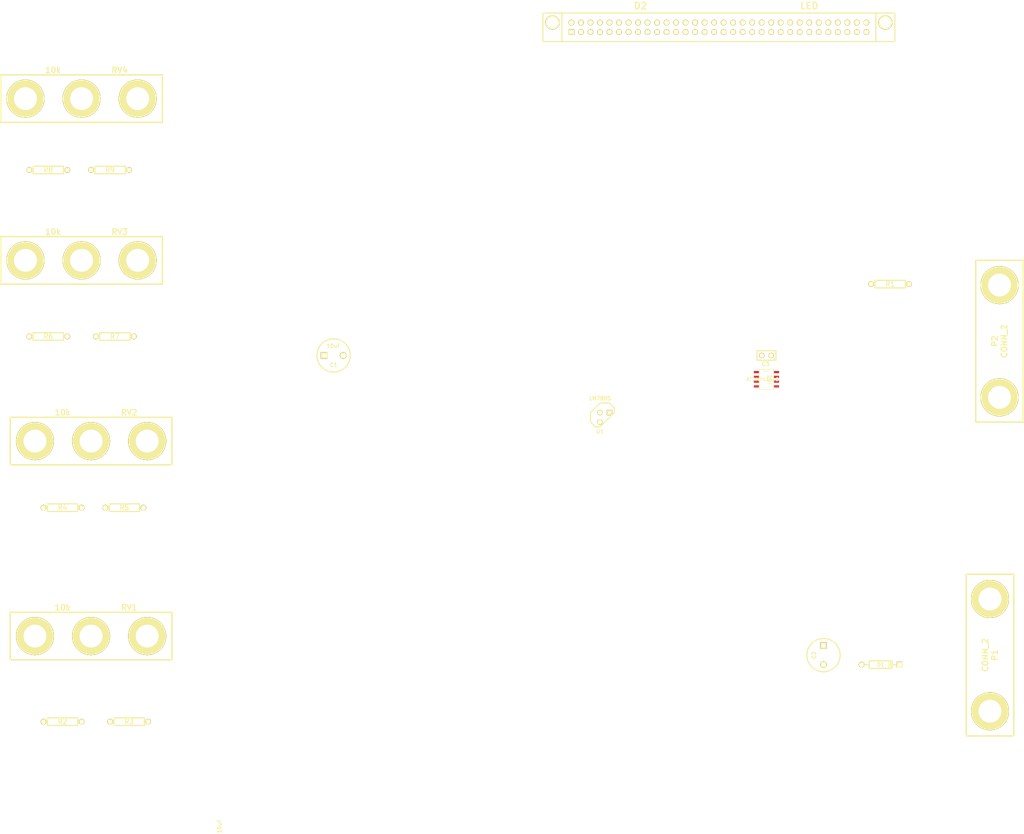
<source format=kicad_pcb>
(kicad_pcb (version 3) (host pcbnew "(2013-04-11 BZR 4094)-stable")

  (general
    (links 37)
    (no_connects 37)
    (area 90.995499 29.8196 364.934501 394.5636)
    (thickness 1.6)
    (drawings 0)
    (tracks 0)
    (zones 0)
    (modules 22)
    (nets 13)
  )

  (page A3)
  (layers
    (15 F.Cu signal)
    (0 B.Cu signal)
    (16 B.Adhes user)
    (17 F.Adhes user)
    (18 B.Paste user)
    (19 F.Paste user)
    (20 B.SilkS user)
    (21 F.SilkS user)
    (22 B.Mask user)
    (23 F.Mask user)
    (24 Dwgs.User user)
    (25 Cmts.User user)
    (26 Eco1.User user)
    (27 Eco2.User user)
    (28 Edge.Cuts user)
  )

  (setup
    (last_trace_width 0.254)
    (trace_clearance 0.254)
    (zone_clearance 0.508)
    (zone_45_only no)
    (trace_min 0.254)
    (segment_width 0.2)
    (edge_width 0.1)
    (via_size 0.889)
    (via_drill 0.635)
    (via_min_size 0.889)
    (via_min_drill 0.508)
    (uvia_size 0.508)
    (uvia_drill 0.127)
    (uvias_allowed no)
    (uvia_min_size 0.508)
    (uvia_min_drill 0.127)
    (pcb_text_width 0.3)
    (pcb_text_size 1.5 1.5)
    (mod_edge_width 0.15)
    (mod_text_size 1 1)
    (mod_text_width 0.15)
    (pad_size 1.5 1.5)
    (pad_drill 0.6)
    (pad_to_mask_clearance 0)
    (aux_axis_origin 0 0)
    (visible_elements FFFFFF7F)
    (pcbplotparams
      (layerselection 3178497)
      (usegerberextensions true)
      (excludeedgelayer true)
      (linewidth 152400)
      (plotframeref false)
      (viasonmask false)
      (mode 1)
      (useauxorigin false)
      (hpglpennumber 1)
      (hpglpenspeed 20)
      (hpglpendiameter 15)
      (hpglpenoverlay 2)
      (psnegative false)
      (psa4output false)
      (plotreference true)
      (plotvalue true)
      (plotothertext true)
      (plotinvisibletext false)
      (padsonsilk false)
      (subtractmaskfromsilk false)
      (outputformat 1)
      (mirror false)
      (drillshape 1)
      (scaleselection 1)
      (outputdirectory ""))
  )

  (net 0 "")
  (net 1 N-0000010)
  (net 2 N-0000011)
  (net 3 N-0000012)
  (net 4 N-0000013)
  (net 5 N-000002)
  (net 6 N-000003)
  (net 7 N-000004)
  (net 8 N-000005)
  (net 9 N-000006)
  (net 10 N-000007)
  (net 11 N-000008)
  (net 12 N-000009)

  (net_class Default "This is the default net class."
    (clearance 0.254)
    (trace_width 0.254)
    (via_dia 0.889)
    (via_drill 0.635)
    (uvia_dia 0.508)
    (uvia_drill 0.127)
    (add_net "")
    (add_net N-0000010)
    (add_net N-0000011)
    (add_net N-0000012)
    (add_net N-0000013)
    (add_net N-000002)
    (add_net N-000003)
    (add_net N-000004)
    (add_net N-000005)
    (add_net N-000006)
    (add_net N-000007)
    (add_net N-000008)
    (add_net N-000009)
  )

  (module TO92 (layer F.Cu) (tedit 443CFFD1) (tstamp 52BFB9E0)
    (at 252.73 140.97)
    (descr "Transistor TO92 brochage type BC237")
    (tags "TR TO92")
    (path /529D4822)
    (fp_text reference U1 (at -1.27 3.81) (layer F.SilkS)
      (effects (font (size 1.016 1.016) (thickness 0.2032)))
    )
    (fp_text value LM7805 (at -1.27 -5.08) (layer F.SilkS)
      (effects (font (size 1.016 1.016) (thickness 0.2032)))
    )
    (fp_line (start -1.27 2.54) (end 2.54 -1.27) (layer F.SilkS) (width 0.3048))
    (fp_line (start 2.54 -1.27) (end 2.54 -2.54) (layer F.SilkS) (width 0.3048))
    (fp_line (start 2.54 -2.54) (end 1.27 -3.81) (layer F.SilkS) (width 0.3048))
    (fp_line (start 1.27 -3.81) (end -1.27 -3.81) (layer F.SilkS) (width 0.3048))
    (fp_line (start -1.27 -3.81) (end -3.81 -1.27) (layer F.SilkS) (width 0.3048))
    (fp_line (start -3.81 -1.27) (end -3.81 1.27) (layer F.SilkS) (width 0.3048))
    (fp_line (start -3.81 1.27) (end -2.54 2.54) (layer F.SilkS) (width 0.3048))
    (fp_line (start -2.54 2.54) (end -1.27 2.54) (layer F.SilkS) (width 0.3048))
    (pad 1 thru_hole rect (at 1.27 -1.27) (size 1.397 1.397) (drill 0.8128)
      (layers *.Cu *.Mask F.SilkS)
    )
    (pad 2 thru_hole circle (at -1.27 -1.27) (size 1.397 1.397) (drill 0.8128)
      (layers *.Cu *.Mask F.SilkS)
    )
    (pad 3 thru_hole circle (at -1.27 1.27) (size 1.397 1.397) (drill 0.8128)
      (layers *.Cu *.Mask F.SilkS)
    )
    (model discret/to98.wrl
      (at (xyz 0 0 0))
      (scale (xyz 1 1 1))
      (rotate (xyz 0 0 0))
    )
  )

  (module SO8E (layer F.Cu) (tedit 52BFBBB8) (tstamp 52BFBD86)
    (at 295.91 130.81 270)
    (descr "module CMS SOJ 8 pins etroit")
    (tags "CMS SOJ")
    (path /529D4662)
    (attr smd)
    (fp_text reference IC1 (at 0 -0.889 270) (layer F.SilkS)
      (effects (font (size 1.143 1.143) (thickness 0.1524)))
    )
    (fp_text value ATTINY13A-S (at 0 1.016 360) (layer F.SilkS)
      (effects (font (size 0.889 0.889) (thickness 0.1524)))
    )
    (fp_line (start -2.667 1.778) (end -2.667 1.905) (layer F.SilkS) (width 0.127))
    (fp_line (start -2.667 1.905) (end 2.667 1.905) (layer F.SilkS) (width 0.127))
    (fp_line (start 2.667 -1.905) (end -2.667 -1.905) (layer F.SilkS) (width 0.127))
    (fp_line (start -2.667 -1.905) (end -2.667 1.778) (layer F.SilkS) (width 0.127))
    (fp_line (start -2.667 -0.508) (end -2.159 -0.508) (layer F.SilkS) (width 0.127))
    (fp_line (start -2.159 -0.508) (end -2.159 0.508) (layer F.SilkS) (width 0.127))
    (fp_line (start -2.159 0.508) (end -2.667 0.508) (layer F.SilkS) (width 0.127))
    (fp_line (start 2.667 -1.905) (end 2.667 1.905) (layer F.SilkS) (width 0.127))
    (pad 8 smd rect (at -1.905 -2.667 270) (size 0.59944 1.39954)
      (layers F.Cu F.Paste F.Mask)
      (net 3 N-0000012)
    )
    (pad 1 smd rect (at -1.905 2.667 270) (size 0.59944 1.39954)
      (layers F.Cu F.Paste F.Mask)
      (net 6 N-000003)
    )
    (pad 7 smd rect (at -0.635 -2.667 270) (size 0.59944 1.39954)
      (layers F.Cu F.Paste F.Mask)
      (net 9 N-000006)
    )
    (pad 6 smd rect (at 0.635 -2.667 270) (size 0.59944 1.39954)
      (layers F.Cu F.Paste F.Mask)
      (net 11 N-000008)
    )
    (pad 5 smd rect (at 1.905 -2.667 270) (size 0.59944 1.39954)
      (layers F.Cu F.Paste F.Mask)
      (net 10 N-000007)
    )
    (pad 2 smd rect (at -0.635 2.667 270) (size 0.59944 1.39954)
      (layers F.Cu F.Paste F.Mask)
      (net 8 N-000005)
    )
    (pad 3 smd rect (at 0.635 2.667 270) (size 0.59944 1.39954)
      (layers F.Cu F.Paste F.Mask)
      (net 5 N-000002)
    )
    (pad 4 smd rect (at 1.905 2.667 270) (size 0.59944 1.39954)
      (layers F.Cu F.Paste F.Mask)
      (net 2 N-0000011)
    )
    (model smd/cms_so8.wrl
      (at (xyz 0 0 0))
      (scale (xyz 0.5 0.32 0.5))
      (rotate (xyz 0 0 0))
    )
  )

  (module R4 (layer F.Cu) (tedit 200000) (tstamp 52BFBA02)
    (at 120.65 74.93)
    (descr "Resitance 4 pas")
    (tags R)
    (path /52BFAF4C)
    (autoplace_cost180 10)
    (fp_text reference R9 (at 0 0) (layer F.SilkS)
      (effects (font (size 1.397 1.27) (thickness 0.2032)))
    )
    (fp_text value 4k7 (at 0 0) (layer F.SilkS) hide
      (effects (font (size 1.397 1.27) (thickness 0.2032)))
    )
    (fp_line (start -5.08 0) (end -4.064 0) (layer F.SilkS) (width 0.3048))
    (fp_line (start -4.064 0) (end -4.064 -1.016) (layer F.SilkS) (width 0.3048))
    (fp_line (start -4.064 -1.016) (end 4.064 -1.016) (layer F.SilkS) (width 0.3048))
    (fp_line (start 4.064 -1.016) (end 4.064 1.016) (layer F.SilkS) (width 0.3048))
    (fp_line (start 4.064 1.016) (end -4.064 1.016) (layer F.SilkS) (width 0.3048))
    (fp_line (start -4.064 1.016) (end -4.064 0) (layer F.SilkS) (width 0.3048))
    (fp_line (start -4.064 -0.508) (end -3.556 -1.016) (layer F.SilkS) (width 0.3048))
    (fp_line (start 5.08 0) (end 4.064 0) (layer F.SilkS) (width 0.3048))
    (pad 1 thru_hole circle (at -5.08 0) (size 1.524 1.524) (drill 0.8128)
      (layers *.Cu *.Mask F.SilkS)
      (net 6 N-000003)
    )
    (pad 2 thru_hole circle (at 5.08 0) (size 1.524 1.524) (drill 0.8128)
      (layers *.Cu *.Mask F.SilkS)
      (net 2 N-0000011)
    )
    (model discret/resistor.wrl
      (at (xyz 0 0 0))
      (scale (xyz 0.4 0.4 0.4))
      (rotate (xyz 0 0 0))
    )
  )

  (module R4 (layer F.Cu) (tedit 200000) (tstamp 52BFBA10)
    (at 107.95 222.25)
    (descr "Resitance 4 pas")
    (tags R)
    (path /52BFB13C)
    (autoplace_cost180 10)
    (fp_text reference R2 (at 0 0) (layer F.SilkS)
      (effects (font (size 1.397 1.27) (thickness 0.2032)))
    )
    (fp_text value 4k7 (at 0 0) (layer F.SilkS) hide
      (effects (font (size 1.397 1.27) (thickness 0.2032)))
    )
    (fp_line (start -5.08 0) (end -4.064 0) (layer F.SilkS) (width 0.3048))
    (fp_line (start -4.064 0) (end -4.064 -1.016) (layer F.SilkS) (width 0.3048))
    (fp_line (start -4.064 -1.016) (end 4.064 -1.016) (layer F.SilkS) (width 0.3048))
    (fp_line (start 4.064 -1.016) (end 4.064 1.016) (layer F.SilkS) (width 0.3048))
    (fp_line (start 4.064 1.016) (end -4.064 1.016) (layer F.SilkS) (width 0.3048))
    (fp_line (start -4.064 1.016) (end -4.064 0) (layer F.SilkS) (width 0.3048))
    (fp_line (start -4.064 -0.508) (end -3.556 -1.016) (layer F.SilkS) (width 0.3048))
    (fp_line (start 5.08 0) (end 4.064 0) (layer F.SilkS) (width 0.3048))
    (pad 1 thru_hole circle (at -5.08 0) (size 1.524 1.524) (drill 0.8128)
      (layers *.Cu *.Mask F.SilkS)
      (net 3 N-0000012)
    )
    (pad 2 thru_hole circle (at 5.08 0) (size 1.524 1.524) (drill 0.8128)
      (layers *.Cu *.Mask F.SilkS)
      (net 9 N-000006)
    )
    (model discret/resistor.wrl
      (at (xyz 0 0 0))
      (scale (xyz 0.4 0.4 0.4))
      (rotate (xyz 0 0 0))
    )
  )

  (module R4 (layer F.Cu) (tedit 200000) (tstamp 52BFBA1E)
    (at 125.73 222.25)
    (descr "Resitance 4 pas")
    (tags R)
    (path /52BFB136)
    (autoplace_cost180 10)
    (fp_text reference R3 (at 0 0) (layer F.SilkS)
      (effects (font (size 1.397 1.27) (thickness 0.2032)))
    )
    (fp_text value 4k7 (at 0 0) (layer F.SilkS) hide
      (effects (font (size 1.397 1.27) (thickness 0.2032)))
    )
    (fp_line (start -5.08 0) (end -4.064 0) (layer F.SilkS) (width 0.3048))
    (fp_line (start -4.064 0) (end -4.064 -1.016) (layer F.SilkS) (width 0.3048))
    (fp_line (start -4.064 -1.016) (end 4.064 -1.016) (layer F.SilkS) (width 0.3048))
    (fp_line (start 4.064 -1.016) (end 4.064 1.016) (layer F.SilkS) (width 0.3048))
    (fp_line (start 4.064 1.016) (end -4.064 1.016) (layer F.SilkS) (width 0.3048))
    (fp_line (start -4.064 1.016) (end -4.064 0) (layer F.SilkS) (width 0.3048))
    (fp_line (start -4.064 -0.508) (end -3.556 -1.016) (layer F.SilkS) (width 0.3048))
    (fp_line (start 5.08 0) (end 4.064 0) (layer F.SilkS) (width 0.3048))
    (pad 1 thru_hole circle (at -5.08 0) (size 1.524 1.524) (drill 0.8128)
      (layers *.Cu *.Mask F.SilkS)
      (net 9 N-000006)
    )
    (pad 2 thru_hole circle (at 5.08 0) (size 1.524 1.524) (drill 0.8128)
      (layers *.Cu *.Mask F.SilkS)
      (net 2 N-0000011)
    )
    (model discret/resistor.wrl
      (at (xyz 0 0 0))
      (scale (xyz 0.4 0.4 0.4))
      (rotate (xyz 0 0 0))
    )
  )

  (module R4 (layer F.Cu) (tedit 200000) (tstamp 52BFBA2C)
    (at 107.95 165.1)
    (descr "Resitance 4 pas")
    (tags R)
    (path /52BFB11C)
    (autoplace_cost180 10)
    (fp_text reference R4 (at 0 0) (layer F.SilkS)
      (effects (font (size 1.397 1.27) (thickness 0.2032)))
    )
    (fp_text value 4k7 (at 0 0) (layer F.SilkS) hide
      (effects (font (size 1.397 1.27) (thickness 0.2032)))
    )
    (fp_line (start -5.08 0) (end -4.064 0) (layer F.SilkS) (width 0.3048))
    (fp_line (start -4.064 0) (end -4.064 -1.016) (layer F.SilkS) (width 0.3048))
    (fp_line (start -4.064 -1.016) (end 4.064 -1.016) (layer F.SilkS) (width 0.3048))
    (fp_line (start 4.064 -1.016) (end 4.064 1.016) (layer F.SilkS) (width 0.3048))
    (fp_line (start 4.064 1.016) (end -4.064 1.016) (layer F.SilkS) (width 0.3048))
    (fp_line (start -4.064 1.016) (end -4.064 0) (layer F.SilkS) (width 0.3048))
    (fp_line (start -4.064 -0.508) (end -3.556 -1.016) (layer F.SilkS) (width 0.3048))
    (fp_line (start 5.08 0) (end 4.064 0) (layer F.SilkS) (width 0.3048))
    (pad 1 thru_hole circle (at -5.08 0) (size 1.524 1.524) (drill 0.8128)
      (layers *.Cu *.Mask F.SilkS)
      (net 3 N-0000012)
    )
    (pad 2 thru_hole circle (at 5.08 0) (size 1.524 1.524) (drill 0.8128)
      (layers *.Cu *.Mask F.SilkS)
      (net 8 N-000005)
    )
    (model discret/resistor.wrl
      (at (xyz 0 0 0))
      (scale (xyz 0.4 0.4 0.4))
      (rotate (xyz 0 0 0))
    )
  )

  (module R4 (layer F.Cu) (tedit 200000) (tstamp 52BFBA3A)
    (at 124.46 165.1)
    (descr "Resitance 4 pas")
    (tags R)
    (path /52BFB116)
    (autoplace_cost180 10)
    (fp_text reference R5 (at 0 0) (layer F.SilkS)
      (effects (font (size 1.397 1.27) (thickness 0.2032)))
    )
    (fp_text value 4k7 (at 0 0) (layer F.SilkS) hide
      (effects (font (size 1.397 1.27) (thickness 0.2032)))
    )
    (fp_line (start -5.08 0) (end -4.064 0) (layer F.SilkS) (width 0.3048))
    (fp_line (start -4.064 0) (end -4.064 -1.016) (layer F.SilkS) (width 0.3048))
    (fp_line (start -4.064 -1.016) (end 4.064 -1.016) (layer F.SilkS) (width 0.3048))
    (fp_line (start 4.064 -1.016) (end 4.064 1.016) (layer F.SilkS) (width 0.3048))
    (fp_line (start 4.064 1.016) (end -4.064 1.016) (layer F.SilkS) (width 0.3048))
    (fp_line (start -4.064 1.016) (end -4.064 0) (layer F.SilkS) (width 0.3048))
    (fp_line (start -4.064 -0.508) (end -3.556 -1.016) (layer F.SilkS) (width 0.3048))
    (fp_line (start 5.08 0) (end 4.064 0) (layer F.SilkS) (width 0.3048))
    (pad 1 thru_hole circle (at -5.08 0) (size 1.524 1.524) (drill 0.8128)
      (layers *.Cu *.Mask F.SilkS)
      (net 8 N-000005)
    )
    (pad 2 thru_hole circle (at 5.08 0) (size 1.524 1.524) (drill 0.8128)
      (layers *.Cu *.Mask F.SilkS)
      (net 2 N-0000011)
    )
    (model discret/resistor.wrl
      (at (xyz 0 0 0))
      (scale (xyz 0.4 0.4 0.4))
      (rotate (xyz 0 0 0))
    )
  )

  (module R4 (layer F.Cu) (tedit 200000) (tstamp 52BFBA48)
    (at 104.14 119.38)
    (descr "Resitance 4 pas")
    (tags R)
    (path /52BFB0F8)
    (autoplace_cost180 10)
    (fp_text reference R6 (at 0 0) (layer F.SilkS)
      (effects (font (size 1.397 1.27) (thickness 0.2032)))
    )
    (fp_text value 4k7 (at 0 0) (layer F.SilkS) hide
      (effects (font (size 1.397 1.27) (thickness 0.2032)))
    )
    (fp_line (start -5.08 0) (end -4.064 0) (layer F.SilkS) (width 0.3048))
    (fp_line (start -4.064 0) (end -4.064 -1.016) (layer F.SilkS) (width 0.3048))
    (fp_line (start -4.064 -1.016) (end 4.064 -1.016) (layer F.SilkS) (width 0.3048))
    (fp_line (start 4.064 -1.016) (end 4.064 1.016) (layer F.SilkS) (width 0.3048))
    (fp_line (start 4.064 1.016) (end -4.064 1.016) (layer F.SilkS) (width 0.3048))
    (fp_line (start -4.064 1.016) (end -4.064 0) (layer F.SilkS) (width 0.3048))
    (fp_line (start -4.064 -0.508) (end -3.556 -1.016) (layer F.SilkS) (width 0.3048))
    (fp_line (start 5.08 0) (end 4.064 0) (layer F.SilkS) (width 0.3048))
    (pad 1 thru_hole circle (at -5.08 0) (size 1.524 1.524) (drill 0.8128)
      (layers *.Cu *.Mask F.SilkS)
    )
    (pad 2 thru_hole circle (at 5.08 0) (size 1.524 1.524) (drill 0.8128)
      (layers *.Cu *.Mask F.SilkS)
      (net 5 N-000002)
    )
    (model discret/resistor.wrl
      (at (xyz 0 0 0))
      (scale (xyz 0.4 0.4 0.4))
      (rotate (xyz 0 0 0))
    )
  )

  (module R4 (layer F.Cu) (tedit 200000) (tstamp 52BFBA56)
    (at 121.92 119.38)
    (descr "Resitance 4 pas")
    (tags R)
    (path /52BFB0F2)
    (autoplace_cost180 10)
    (fp_text reference R7 (at 0 0) (layer F.SilkS)
      (effects (font (size 1.397 1.27) (thickness 0.2032)))
    )
    (fp_text value 4k7 (at 0 0) (layer F.SilkS) hide
      (effects (font (size 1.397 1.27) (thickness 0.2032)))
    )
    (fp_line (start -5.08 0) (end -4.064 0) (layer F.SilkS) (width 0.3048))
    (fp_line (start -4.064 0) (end -4.064 -1.016) (layer F.SilkS) (width 0.3048))
    (fp_line (start -4.064 -1.016) (end 4.064 -1.016) (layer F.SilkS) (width 0.3048))
    (fp_line (start 4.064 -1.016) (end 4.064 1.016) (layer F.SilkS) (width 0.3048))
    (fp_line (start 4.064 1.016) (end -4.064 1.016) (layer F.SilkS) (width 0.3048))
    (fp_line (start -4.064 1.016) (end -4.064 0) (layer F.SilkS) (width 0.3048))
    (fp_line (start -4.064 -0.508) (end -3.556 -1.016) (layer F.SilkS) (width 0.3048))
    (fp_line (start 5.08 0) (end 4.064 0) (layer F.SilkS) (width 0.3048))
    (pad 1 thru_hole circle (at -5.08 0) (size 1.524 1.524) (drill 0.8128)
      (layers *.Cu *.Mask F.SilkS)
      (net 5 N-000002)
    )
    (pad 2 thru_hole circle (at 5.08 0) (size 1.524 1.524) (drill 0.8128)
      (layers *.Cu *.Mask F.SilkS)
      (net 2 N-0000011)
    )
    (model discret/resistor.wrl
      (at (xyz 0 0 0))
      (scale (xyz 0.4 0.4 0.4))
      (rotate (xyz 0 0 0))
    )
  )

  (module R4 (layer F.Cu) (tedit 200000) (tstamp 52BFBA64)
    (at 104.14 74.93)
    (descr "Resitance 4 pas")
    (tags R)
    (path /52BFAF59)
    (autoplace_cost180 10)
    (fp_text reference R8 (at 0 0) (layer F.SilkS)
      (effects (font (size 1.397 1.27) (thickness 0.2032)))
    )
    (fp_text value 4k7 (at 0 0) (layer F.SilkS) hide
      (effects (font (size 1.397 1.27) (thickness 0.2032)))
    )
    (fp_line (start -5.08 0) (end -4.064 0) (layer F.SilkS) (width 0.3048))
    (fp_line (start -4.064 0) (end -4.064 -1.016) (layer F.SilkS) (width 0.3048))
    (fp_line (start -4.064 -1.016) (end 4.064 -1.016) (layer F.SilkS) (width 0.3048))
    (fp_line (start 4.064 -1.016) (end 4.064 1.016) (layer F.SilkS) (width 0.3048))
    (fp_line (start 4.064 1.016) (end -4.064 1.016) (layer F.SilkS) (width 0.3048))
    (fp_line (start -4.064 1.016) (end -4.064 0) (layer F.SilkS) (width 0.3048))
    (fp_line (start -4.064 -0.508) (end -3.556 -1.016) (layer F.SilkS) (width 0.3048))
    (fp_line (start 5.08 0) (end 4.064 0) (layer F.SilkS) (width 0.3048))
    (pad 1 thru_hole circle (at -5.08 0) (size 1.524 1.524) (drill 0.8128)
      (layers *.Cu *.Mask F.SilkS)
      (net 3 N-0000012)
    )
    (pad 2 thru_hole circle (at 5.08 0) (size 1.524 1.524) (drill 0.8128)
      (layers *.Cu *.Mask F.SilkS)
      (net 6 N-000003)
    )
    (model discret/resistor.wrl
      (at (xyz 0 0 0))
      (scale (xyz 0.4 0.4 0.4))
      (rotate (xyz 0 0 0))
    )
  )

  (module R4 (layer F.Cu) (tedit 200000) (tstamp 52BFBA72)
    (at 328.93 105.41)
    (descr "Resitance 4 pas")
    (tags R)
    (path /529D4789)
    (autoplace_cost180 10)
    (fp_text reference R1 (at 0 0) (layer F.SilkS)
      (effects (font (size 1.397 1.27) (thickness 0.2032)))
    )
    (fp_text value 150 (at 0 0) (layer F.SilkS) hide
      (effects (font (size 1.397 1.27) (thickness 0.2032)))
    )
    (fp_line (start -5.08 0) (end -4.064 0) (layer F.SilkS) (width 0.3048))
    (fp_line (start -4.064 0) (end -4.064 -1.016) (layer F.SilkS) (width 0.3048))
    (fp_line (start -4.064 -1.016) (end 4.064 -1.016) (layer F.SilkS) (width 0.3048))
    (fp_line (start 4.064 -1.016) (end 4.064 1.016) (layer F.SilkS) (width 0.3048))
    (fp_line (start 4.064 1.016) (end -4.064 1.016) (layer F.SilkS) (width 0.3048))
    (fp_line (start -4.064 1.016) (end -4.064 0) (layer F.SilkS) (width 0.3048))
    (fp_line (start -4.064 -0.508) (end -3.556 -1.016) (layer F.SilkS) (width 0.3048))
    (fp_line (start 5.08 0) (end 4.064 0) (layer F.SilkS) (width 0.3048))
    (pad 1 thru_hole circle (at -5.08 0) (size 1.524 1.524) (drill 0.8128)
      (layers *.Cu *.Mask F.SilkS)
      (net 11 N-000008)
    )
    (pad 2 thru_hole circle (at 5.08 0) (size 1.524 1.524) (drill 0.8128)
      (layers *.Cu *.Mask F.SilkS)
      (net 7 N-000004)
    )
    (model discret/resistor.wrl
      (at (xyz 0 0 0))
      (scale (xyz 0.4 0.4 0.4))
      (rotate (xyz 0 0 0))
    )
  )

  (module DO-41 (layer F.Cu) (tedit 4C5F69ED) (tstamp 52BFBA84)
    (at 326.39 207.01)
    (descr "Diode 3 pas")
    (tags "DIODE DEV")
    (path /529D47F8)
    (fp_text reference D1 (at 0 0) (layer F.SilkS)
      (effects (font (size 1.016 1.016) (thickness 0.2032)))
    )
    (fp_text value BRIDGE (at 0 0) (layer F.SilkS) hide
      (effects (font (size 1.016 1.016) (thickness 0.2032)))
    )
    (fp_line (start -3.81 0) (end -5.08 0) (layer F.SilkS) (width 0.3175))
    (fp_line (start 3.81 0) (end 5.08 0) (layer F.SilkS) (width 0.3175))
    (fp_line (start 3.81 0) (end 3.048 0) (layer F.SilkS) (width 0.3175))
    (fp_line (start 3.048 0) (end 3.048 -1.016) (layer F.SilkS) (width 0.3048))
    (fp_line (start 3.048 -1.016) (end -3.048 -1.016) (layer F.SilkS) (width 0.3048))
    (fp_line (start -3.048 -1.016) (end -3.048 0) (layer F.SilkS) (width 0.3048))
    (fp_line (start -3.048 0) (end -3.81 0) (layer F.SilkS) (width 0.3048))
    (fp_line (start -3.048 0) (end -3.048 1.016) (layer F.SilkS) (width 0.3048))
    (fp_line (start -3.048 1.016) (end 3.048 1.016) (layer F.SilkS) (width 0.3048))
    (fp_line (start 3.048 1.016) (end 3.048 0) (layer F.SilkS) (width 0.3048))
    (fp_line (start 2.54 -1.016) (end 2.54 1.016) (layer F.SilkS) (width 0.3048))
    (fp_line (start 2.286 1.016) (end 2.286 -1.016) (layer F.SilkS) (width 0.3048))
    (pad 2 thru_hole rect (at 5.08 0) (size 1.524 1.524) (drill 0.889)
      (layers *.Cu *.Mask F.SilkS)
      (net 1 N-0000010)
    )
    (pad 1 thru_hole circle (at -5.08 0) (size 1.524 1.524) (drill 0.889)
      (layers *.Cu *.Mask F.SilkS)
      (net 2 N-0000011)
    )
  )

  (module c64abfd (layer F.Cu) (tedit 200000) (tstamp 52BFBD21)
    (at 283.21 36.83)
    (descr "Connecteur DIN Europe 64 contatcts Femelle Droit")
    (tags "CONN DIN")
    (path /529D4775)
    (fp_text reference D2 (at -20.955 -5.715) (layer F.SilkS)
      (effects (font (size 1.778 1.778) (thickness 0.3048)))
    )
    (fp_text value LED (at 24.13 -5.715) (layer F.SilkS)
      (effects (font (size 1.778 1.778) (thickness 0.3048)))
    )
    (fp_line (start -46.99 -3.81) (end 46.99 -3.81) (layer F.SilkS) (width 0.3048))
    (fp_line (start 46.99 -3.81) (end 46.99 3.81) (layer F.SilkS) (width 0.3048))
    (fp_line (start 46.99 3.81) (end -46.99 3.81) (layer F.SilkS) (width 0.3048))
    (fp_line (start -46.99 3.81) (end -46.99 -3.81) (layer F.SilkS) (width 0.3048))
    (fp_line (start -41.91 3.81) (end -41.91 -3.81) (layer F.SilkS) (width 0.3048))
    (fp_line (start 41.91 3.81) (end 41.91 -3.81) (layer F.SilkS) (width 0.3048))
    (pad A1 thru_hole rect (at -39.37 1.27) (size 1.524 1.524) (drill 0.8128)
      (layers *.Cu *.Mask F.SilkS)
    )
    (pad A2 thru_hole circle (at -36.83 1.27) (size 1.524 1.524) (drill 0.8128)
      (layers *.Cu *.Mask F.SilkS)
    )
    (pad A3 thru_hole circle (at -34.29 1.27) (size 1.524 1.524) (drill 0.8128)
      (layers *.Cu *.Mask F.SilkS)
    )
    (pad A4 thru_hole circle (at -31.75 1.27) (size 1.524 1.524) (drill 0.8128)
      (layers *.Cu *.Mask F.SilkS)
    )
    (pad A5 thru_hole circle (at -29.21 1.27) (size 1.524 1.524) (drill 0.8128)
      (layers *.Cu *.Mask F.SilkS)
    )
    (pad A6 thru_hole circle (at -26.67 1.27) (size 1.524 1.524) (drill 0.8128)
      (layers *.Cu *.Mask F.SilkS)
    )
    (pad A7 thru_hole circle (at -24.13 1.27) (size 1.524 1.524) (drill 0.8128)
      (layers *.Cu *.Mask F.SilkS)
    )
    (pad A8 thru_hole circle (at -21.59 1.27) (size 1.524 1.524) (drill 0.8128)
      (layers *.Cu *.Mask F.SilkS)
    )
    (pad A9 thru_hole circle (at -19.05 1.27) (size 1.524 1.524) (drill 0.8128)
      (layers *.Cu *.Mask F.SilkS)
    )
    (pad A10 thru_hole circle (at -16.51 1.27) (size 1.524 1.524) (drill 0.8128)
      (layers *.Cu *.Mask F.SilkS)
    )
    (pad A11 thru_hole circle (at -13.97 1.27) (size 1.524 1.524) (drill 0.8128)
      (layers *.Cu *.Mask F.SilkS)
    )
    (pad A12 thru_hole circle (at -11.43 1.27) (size 1.524 1.524) (drill 0.8128)
      (layers *.Cu *.Mask F.SilkS)
    )
    (pad A13 thru_hole circle (at -8.89 1.27) (size 1.524 1.524) (drill 0.8128)
      (layers *.Cu *.Mask F.SilkS)
    )
    (pad A14 thru_hole circle (at -6.35 1.27) (size 1.524 1.524) (drill 0.8128)
      (layers *.Cu *.Mask F.SilkS)
    )
    (pad A15 thru_hole circle (at -3.81 1.27) (size 1.524 1.524) (drill 0.8128)
      (layers *.Cu *.Mask F.SilkS)
    )
    (pad A16 thru_hole circle (at -1.27 1.27) (size 1.524 1.524) (drill 0.8128)
      (layers *.Cu *.Mask F.SilkS)
    )
    (pad A17 thru_hole circle (at 1.27 1.27) (size 1.524 1.524) (drill 0.8128)
      (layers *.Cu *.Mask F.SilkS)
    )
    (pad A18 thru_hole circle (at 3.81 1.27) (size 1.524 1.524) (drill 0.8128)
      (layers *.Cu *.Mask F.SilkS)
    )
    (pad A19 thru_hole circle (at 6.35 1.27) (size 1.524 1.524) (drill 0.8128)
      (layers *.Cu *.Mask F.SilkS)
    )
    (pad A20 thru_hole circle (at 8.89 1.27) (size 1.524 1.524) (drill 0.8128)
      (layers *.Cu *.Mask F.SilkS)
    )
    (pad A21 thru_hole circle (at 11.43 1.27) (size 1.524 1.524) (drill 0.8128)
      (layers *.Cu *.Mask F.SilkS)
    )
    (pad A22 thru_hole circle (at 13.97 1.27) (size 1.524 1.524) (drill 0.8128)
      (layers *.Cu *.Mask F.SilkS)
    )
    (pad A23 thru_hole circle (at 16.51 1.27) (size 1.524 1.524) (drill 0.8128)
      (layers *.Cu *.Mask F.SilkS)
    )
    (pad A24 thru_hole circle (at 19.05 1.27) (size 1.524 1.524) (drill 0.8128)
      (layers *.Cu *.Mask F.SilkS)
    )
    (pad A25 thru_hole circle (at 21.59 1.27) (size 1.524 1.524) (drill 0.8128)
      (layers *.Cu *.Mask F.SilkS)
    )
    (pad A26 thru_hole circle (at 24.13 1.27) (size 1.524 1.524) (drill 0.8128)
      (layers *.Cu *.Mask F.SilkS)
    )
    (pad A27 thru_hole circle (at 26.67 1.27) (size 1.524 1.524) (drill 0.8128)
      (layers *.Cu *.Mask F.SilkS)
    )
    (pad A28 thru_hole circle (at 29.21 1.27) (size 1.524 1.524) (drill 0.8128)
      (layers *.Cu *.Mask F.SilkS)
    )
    (pad A29 thru_hole circle (at 31.75 1.27) (size 1.524 1.524) (drill 0.8128)
      (layers *.Cu *.Mask F.SilkS)
    )
    (pad A30 thru_hole circle (at 34.29 1.27) (size 1.524 1.524) (drill 0.8128)
      (layers *.Cu *.Mask F.SilkS)
    )
    (pad A31 thru_hole circle (at 36.83 1.27) (size 1.524 1.524) (drill 0.8128)
      (layers *.Cu *.Mask F.SilkS)
    )
    (pad A32 thru_hole circle (at 39.37 1.27) (size 1.524 1.524) (drill 0.8128)
      (layers *.Cu *.Mask F.SilkS)
    )
    (pad B1 thru_hole circle (at -39.37 -1.27) (size 1.524 1.524) (drill 0.8128)
      (layers *.Cu *.Mask F.SilkS)
    )
    (pad B2 thru_hole circle (at -36.83 -1.27) (size 1.524 1.524) (drill 0.8128)
      (layers *.Cu *.Mask F.SilkS)
    )
    (pad B3 thru_hole circle (at -34.29 -1.27) (size 1.524 1.524) (drill 0.8128)
      (layers *.Cu *.Mask F.SilkS)
    )
    (pad B4 thru_hole circle (at -31.75 -1.27) (size 1.524 1.524) (drill 0.8128)
      (layers *.Cu *.Mask F.SilkS)
    )
    (pad B5 thru_hole circle (at -29.21 -1.27) (size 1.524 1.524) (drill 0.8128)
      (layers *.Cu *.Mask F.SilkS)
    )
    (pad B6 thru_hole circle (at -26.67 -1.27) (size 1.524 1.524) (drill 0.8128)
      (layers *.Cu *.Mask F.SilkS)
    )
    (pad B7 thru_hole circle (at -24.13 -1.27) (size 1.524 1.524) (drill 0.8128)
      (layers *.Cu *.Mask F.SilkS)
    )
    (pad B8 thru_hole circle (at -21.59 -1.27) (size 1.524 1.524) (drill 0.8128)
      (layers *.Cu *.Mask F.SilkS)
    )
    (pad B9 thru_hole circle (at -19.05 -1.27) (size 1.524 1.524) (drill 0.8128)
      (layers *.Cu *.Mask F.SilkS)
    )
    (pad B10 thru_hole circle (at -16.51 -1.27) (size 1.524 1.524) (drill 0.8128)
      (layers *.Cu *.Mask F.SilkS)
    )
    (pad B11 thru_hole circle (at -13.97 -1.27) (size 1.524 1.524) (drill 0.8128)
      (layers *.Cu *.Mask F.SilkS)
    )
    (pad B12 thru_hole circle (at -11.43 -1.27) (size 1.524 1.524) (drill 0.8128)
      (layers *.Cu *.Mask F.SilkS)
    )
    (pad B13 thru_hole circle (at -8.89 -1.27) (size 1.524 1.524) (drill 0.8128)
      (layers *.Cu *.Mask F.SilkS)
    )
    (pad B14 thru_hole circle (at -6.35 -1.27) (size 1.524 1.524) (drill 0.8128)
      (layers *.Cu *.Mask F.SilkS)
    )
    (pad B15 thru_hole circle (at -3.81 -1.27) (size 1.524 1.524) (drill 0.8128)
      (layers *.Cu *.Mask F.SilkS)
    )
    (pad B16 thru_hole circle (at -1.27 -1.27) (size 1.524 1.524) (drill 0.8128)
      (layers *.Cu *.Mask F.SilkS)
    )
    (pad B17 thru_hole circle (at 1.27 -1.27) (size 1.524 1.524) (drill 0.8128)
      (layers *.Cu *.Mask F.SilkS)
    )
    (pad B18 thru_hole circle (at 3.81 -1.27) (size 1.524 1.524) (drill 0.8128)
      (layers *.Cu *.Mask F.SilkS)
    )
    (pad B19 thru_hole circle (at 6.35 -1.27) (size 1.524 1.524) (drill 0.8128)
      (layers *.Cu *.Mask F.SilkS)
    )
    (pad B20 thru_hole circle (at 8.89 -1.27) (size 1.524 1.524) (drill 0.8128)
      (layers *.Cu *.Mask F.SilkS)
    )
    (pad B21 thru_hole circle (at 11.43 -1.27) (size 1.524 1.524) (drill 0.8128)
      (layers *.Cu *.Mask F.SilkS)
    )
    (pad B22 thru_hole circle (at 13.97 -1.27) (size 1.524 1.524) (drill 0.8128)
      (layers *.Cu *.Mask F.SilkS)
    )
    (pad B23 thru_hole circle (at 16.51 -1.27) (size 1.524 1.524) (drill 0.8128)
      (layers *.Cu *.Mask F.SilkS)
    )
    (pad B24 thru_hole circle (at 19.05 -1.27) (size 1.524 1.524) (drill 0.8128)
      (layers *.Cu *.Mask F.SilkS)
    )
    (pad B25 thru_hole circle (at 21.59 -1.27) (size 1.524 1.524) (drill 0.8128)
      (layers *.Cu *.Mask F.SilkS)
    )
    (pad B26 thru_hole circle (at 24.13 -1.27) (size 1.524 1.524) (drill 0.8128)
      (layers *.Cu *.Mask F.SilkS)
    )
    (pad B27 thru_hole circle (at 26.67 -1.27) (size 1.524 1.524) (drill 0.8128)
      (layers *.Cu *.Mask F.SilkS)
    )
    (pad B28 thru_hole circle (at 29.21 -1.27) (size 1.524 1.524) (drill 0.8128)
      (layers *.Cu *.Mask F.SilkS)
    )
    (pad B29 thru_hole circle (at 31.75 -1.27) (size 1.524 1.524) (drill 0.8128)
      (layers *.Cu *.Mask F.SilkS)
    )
    (pad B30 thru_hole circle (at 34.29 -1.27) (size 1.524 1.524) (drill 0.8128)
      (layers *.Cu *.Mask F.SilkS)
    )
    (pad B31 thru_hole circle (at 36.83 -1.27) (size 1.524 1.524) (drill 0.8128)
      (layers *.Cu *.Mask F.SilkS)
    )
    (pad B32 thru_hole circle (at 39.37 -1.27) (size 1.524 1.524) (drill 0.8128)
      (layers *.Cu *.Mask F.SilkS)
    )
    (pad 65 thru_hole circle (at -44.45 -1.27) (size 3.81 3.81) (drill 3.048)
      (layers *.Cu *.Mask F.SilkS)
    )
    (pad 66 thru_hole circle (at 44.45 -1.27) (size 3.81 3.81) (drill 3.048)
      (layers *.Cu *.Mask F.SilkS)
    )
    (model conn_europe/c64abfd.wrl
      (at (xyz 0 0 0))
      (scale (xyz 1 1 1))
      (rotate (xyz 0 0 0))
    )
  )

  (module C2V8 (layer F.Cu) (tedit 46544AA3) (tstamp 52BFBAD7)
    (at 180.34 124.46)
    (descr "Condensateur polarise")
    (tags CP)
    (path /529D48E8)
    (fp_text reference C1 (at 0 2.54) (layer F.SilkS)
      (effects (font (size 1.016 1.016) (thickness 0.2032)))
    )
    (fp_text value 10uF (at 0 -2.54) (layer F.SilkS)
      (effects (font (size 1.016 1.016) (thickness 0.2032)))
    )
    (fp_circle (center 0 0) (end -4.445 0) (layer F.SilkS) (width 0.3048))
    (pad 1 thru_hole rect (at -2.54 0) (size 1.778 1.778) (drill 1.016)
      (layers *.Cu *.Mask F.SilkS)
      (net 12 N-000009)
    )
    (pad 2 thru_hole circle (at 2.54 0) (size 1.778 1.778) (drill 1.016)
      (layers *.Cu *.Mask F.SilkS)
      (net 2 N-0000011)
    )
    (model discret/c_vert_c2v10.wrl
      (at (xyz 0 0 0))
      (scale (xyz 1 1 1))
      (rotate (xyz 0 0 0))
    )
  )

  (module C2V8 (layer F.Cu) (tedit 52BFBA56) (tstamp 52BFBADE)
    (at 311.15 204.47 270)
    (descr "Condensateur polarise")
    (tags CP)
    (path /529D48F4)
    (fp_text reference C2 (at 0 2.54 270) (layer F.SilkS)
      (effects (font (size 1.016 1.016) (thickness 0.2032)))
    )
    (fp_text value 10uF (at 45.72 161.29 270) (layer F.SilkS)
      (effects (font (size 1.016 1.016) (thickness 0.2032)))
    )
    (fp_circle (center 0 0) (end -4.445 0) (layer F.SilkS) (width 0.3048))
    (pad 1 thru_hole rect (at -2.54 0 270) (size 1.778 1.778) (drill 1.016)
      (layers *.Cu *.Mask F.SilkS)
      (net 3 N-0000012)
    )
    (pad 2 thru_hole circle (at 2.54 0 270) (size 1.778 1.778) (drill 1.016)
      (layers *.Cu *.Mask F.SilkS)
      (net 2 N-0000011)
    )
    (model discret/c_vert_c2v10.wrl
      (at (xyz 0 0 0))
      (scale (xyz 1 1 1))
      (rotate (xyz 0 0 0))
    )
  )

  (module C1 (layer F.Cu) (tedit 3F92C496) (tstamp 52BFBAE9)
    (at 295.91 124.46 180)
    (descr "Condensateur e = 1 pas")
    (tags C)
    (path /529D47CD)
    (fp_text reference C3 (at 0.254 -2.286 180) (layer F.SilkS)
      (effects (font (size 1.016 1.016) (thickness 0.2032)))
    )
    (fp_text value 0.1uF (at 0 -2.286 180) (layer F.SilkS) hide
      (effects (font (size 1.016 1.016) (thickness 0.2032)))
    )
    (fp_line (start -2.4892 -1.27) (end 2.54 -1.27) (layer F.SilkS) (width 0.3048))
    (fp_line (start 2.54 -1.27) (end 2.54 1.27) (layer F.SilkS) (width 0.3048))
    (fp_line (start 2.54 1.27) (end -2.54 1.27) (layer F.SilkS) (width 0.3048))
    (fp_line (start -2.54 1.27) (end -2.54 -1.27) (layer F.SilkS) (width 0.3048))
    (fp_line (start -2.54 -0.635) (end -1.905 -1.27) (layer F.SilkS) (width 0.3048))
    (pad 1 thru_hole circle (at -1.27 0 180) (size 1.397 1.397) (drill 0.8128)
      (layers *.Cu *.Mask F.SilkS)
      (net 3 N-0000012)
    )
    (pad 2 thru_hole circle (at 1.27 0 180) (size 1.397 1.397) (drill 0.8128)
      (layers *.Cu *.Mask F.SilkS)
      (net 2 N-0000011)
    )
    (model discret/capa_1_pas.wrl
      (at (xyz 0 0 0))
      (scale (xyz 1 1 1))
      (rotate (xyz 0 0 0))
    )
  )

  (module 3PIN_6mm (layer F.Cu) (tedit 200000) (tstamp 52BFBAF4)
    (at 113.03 55.88)
    (descr "module 2 pin (trou 6 mm)")
    (tags DEV)
    (path /529D4695)
    (fp_text reference RV4 (at 10.16 -7.62) (layer F.SilkS)
      (effects (font (thickness 0.3048)))
    )
    (fp_text value 10k (at -7.62 -7.62) (layer F.SilkS)
      (effects (font (thickness 0.3048)))
    )
    (fp_line (start -21.59 -6.35) (end 21.59 -6.35) (layer F.SilkS) (width 0.381))
    (fp_line (start 21.59 -6.35) (end 21.59 6.35) (layer F.SilkS) (width 0.381))
    (fp_line (start 21.59 6.35) (end -21.59 6.35) (layer F.SilkS) (width 0.381))
    (fp_line (start -21.59 6.35) (end -21.59 -6.35) (layer F.SilkS) (width 0.381))
    (pad 1 thru_hole circle (at -14.986 0) (size 10.16 10.16) (drill 6.096)
      (layers *.Cu *.Mask F.SilkS)
      (net 3 N-0000012)
    )
    (pad 3 thru_hole circle (at 14.986 0) (size 10.16 10.16) (drill 6.096)
      (layers *.Cu *.Mask F.SilkS)
      (net 2 N-0000011)
    )
    (pad 2 thru_hole circle (at 0 0) (size 10.16 10.16) (drill 6.096)
      (layers *.Cu *.Mask F.SilkS)
      (net 6 N-000003)
    )
    (model "device/douille_4mm(black).wrl"
      (at (xyz 0 0 0))
      (scale (xyz 1.8 1.8 1.8))
      (rotate (xyz 0 0 0))
    )
    (model "device/douille_4mm(red).wrl"
      (at (xyz -0.59 0 0))
      (scale (xyz 1.8 1.8 1.8))
      (rotate (xyz 0 0 0))
    )
    (model "device/douille_4mm(green).wrl"
      (at (xyz 0.59 0 0))
      (scale (xyz 1.8 1.8 1.8))
      (rotate (xyz 0 0 0))
    )
  )

  (module 3PIN_6mm (layer F.Cu) (tedit 200000) (tstamp 52BFBAFF)
    (at 113.03 99.06)
    (descr "module 2 pin (trou 6 mm)")
    (tags DEV)
    (path /52BFB0EB)
    (fp_text reference RV3 (at 10.16 -7.62) (layer F.SilkS)
      (effects (font (thickness 0.3048)))
    )
    (fp_text value 10k (at -7.62 -7.62) (layer F.SilkS)
      (effects (font (thickness 0.3048)))
    )
    (fp_line (start -21.59 -6.35) (end 21.59 -6.35) (layer F.SilkS) (width 0.381))
    (fp_line (start 21.59 -6.35) (end 21.59 6.35) (layer F.SilkS) (width 0.381))
    (fp_line (start 21.59 6.35) (end -21.59 6.35) (layer F.SilkS) (width 0.381))
    (fp_line (start -21.59 6.35) (end -21.59 -6.35) (layer F.SilkS) (width 0.381))
    (pad 1 thru_hole circle (at -14.986 0) (size 10.16 10.16) (drill 6.096)
      (layers *.Cu *.Mask F.SilkS)
      (net 3 N-0000012)
    )
    (pad 3 thru_hole circle (at 14.986 0) (size 10.16 10.16) (drill 6.096)
      (layers *.Cu *.Mask F.SilkS)
      (net 2 N-0000011)
    )
    (pad 2 thru_hole circle (at 0 0) (size 10.16 10.16) (drill 6.096)
      (layers *.Cu *.Mask F.SilkS)
      (net 5 N-000002)
    )
    (model "device/douille_4mm(black).wrl"
      (at (xyz 0 0 0))
      (scale (xyz 1.8 1.8 1.8))
      (rotate (xyz 0 0 0))
    )
    (model "device/douille_4mm(red).wrl"
      (at (xyz -0.59 0 0))
      (scale (xyz 1.8 1.8 1.8))
      (rotate (xyz 0 0 0))
    )
    (model "device/douille_4mm(green).wrl"
      (at (xyz 0.59 0 0))
      (scale (xyz 1.8 1.8 1.8))
      (rotate (xyz 0 0 0))
    )
  )

  (module 3PIN_6mm (layer F.Cu) (tedit 200000) (tstamp 52BFBB0A)
    (at 115.57 147.32)
    (descr "module 2 pin (trou 6 mm)")
    (tags DEV)
    (path /52BFB10F)
    (fp_text reference RV2 (at 10.16 -7.62) (layer F.SilkS)
      (effects (font (thickness 0.3048)))
    )
    (fp_text value 10k (at -7.62 -7.62) (layer F.SilkS)
      (effects (font (thickness 0.3048)))
    )
    (fp_line (start -21.59 -6.35) (end 21.59 -6.35) (layer F.SilkS) (width 0.381))
    (fp_line (start 21.59 -6.35) (end 21.59 6.35) (layer F.SilkS) (width 0.381))
    (fp_line (start 21.59 6.35) (end -21.59 6.35) (layer F.SilkS) (width 0.381))
    (fp_line (start -21.59 6.35) (end -21.59 -6.35) (layer F.SilkS) (width 0.381))
    (pad 1 thru_hole circle (at -14.986 0) (size 10.16 10.16) (drill 6.096)
      (layers *.Cu *.Mask F.SilkS)
      (net 3 N-0000012)
    )
    (pad 3 thru_hole circle (at 14.986 0) (size 10.16 10.16) (drill 6.096)
      (layers *.Cu *.Mask F.SilkS)
      (net 2 N-0000011)
    )
    (pad 2 thru_hole circle (at 0 0) (size 10.16 10.16) (drill 6.096)
      (layers *.Cu *.Mask F.SilkS)
      (net 8 N-000005)
    )
    (model "device/douille_4mm(black).wrl"
      (at (xyz 0 0 0))
      (scale (xyz 1.8 1.8 1.8))
      (rotate (xyz 0 0 0))
    )
    (model "device/douille_4mm(red).wrl"
      (at (xyz -0.59 0 0))
      (scale (xyz 1.8 1.8 1.8))
      (rotate (xyz 0 0 0))
    )
    (model "device/douille_4mm(green).wrl"
      (at (xyz 0.59 0 0))
      (scale (xyz 1.8 1.8 1.8))
      (rotate (xyz 0 0 0))
    )
  )

  (module 3PIN_6mm (layer F.Cu) (tedit 200000) (tstamp 52BFBB15)
    (at 115.57 199.39)
    (descr "module 2 pin (trou 6 mm)")
    (tags DEV)
    (path /52BFB12F)
    (fp_text reference RV1 (at 10.16 -7.62) (layer F.SilkS)
      (effects (font (thickness 0.3048)))
    )
    (fp_text value 10k (at -7.62 -7.62) (layer F.SilkS)
      (effects (font (thickness 0.3048)))
    )
    (fp_line (start -21.59 -6.35) (end 21.59 -6.35) (layer F.SilkS) (width 0.381))
    (fp_line (start 21.59 -6.35) (end 21.59 6.35) (layer F.SilkS) (width 0.381))
    (fp_line (start 21.59 6.35) (end -21.59 6.35) (layer F.SilkS) (width 0.381))
    (fp_line (start -21.59 6.35) (end -21.59 -6.35) (layer F.SilkS) (width 0.381))
    (pad 1 thru_hole circle (at -14.986 0) (size 10.16 10.16) (drill 6.096)
      (layers *.Cu *.Mask F.SilkS)
      (net 3 N-0000012)
    )
    (pad 3 thru_hole circle (at 14.986 0) (size 10.16 10.16) (drill 6.096)
      (layers *.Cu *.Mask F.SilkS)
      (net 2 N-0000011)
    )
    (pad 2 thru_hole circle (at 0 0) (size 10.16 10.16) (drill 6.096)
      (layers *.Cu *.Mask F.SilkS)
      (net 9 N-000006)
    )
    (model "device/douille_4mm(black).wrl"
      (at (xyz 0 0 0))
      (scale (xyz 1.8 1.8 1.8))
      (rotate (xyz 0 0 0))
    )
    (model "device/douille_4mm(red).wrl"
      (at (xyz -0.59 0 0))
      (scale (xyz 1.8 1.8 1.8))
      (rotate (xyz 0 0 0))
    )
    (model "device/douille_4mm(green).wrl"
      (at (xyz 0.59 0 0))
      (scale (xyz 1.8 1.8 1.8))
      (rotate (xyz 0 0 0))
    )
  )

  (module 2PIN_6mm (layer F.Cu) (tedit 200000) (tstamp 52BFBD5A)
    (at 358.14 120.65 270)
    (descr "module 2 pin (trou 6 mm)")
    (tags DEV)
    (path /52BFB6C6)
    (fp_text reference P2 (at 0 1.27 270) (layer F.SilkS)
      (effects (font (thickness 0.3048)))
    )
    (fp_text value CONN_2 (at 0 -1.27 270) (layer F.SilkS)
      (effects (font (thickness 0.3048)))
    )
    (fp_line (start -21.59 -6.35) (end 21.59 -6.35) (layer F.SilkS) (width 0.381))
    (fp_line (start 21.59 -6.35) (end 21.59 6.35) (layer F.SilkS) (width 0.381))
    (fp_line (start 21.59 6.35) (end -21.59 6.35) (layer F.SilkS) (width 0.381))
    (fp_line (start -21.59 6.35) (end -21.59 -6.35) (layer F.SilkS) (width 0.381))
    (pad 1 thru_hole circle (at -14.986 0 270) (size 10.16 10.16) (drill 6.096)
      (layers *.Cu *.Mask F.SilkS)
      (net 7 N-000004)
    )
    (pad 2 thru_hole circle (at 14.986 0 270) (size 10.16 10.16) (drill 6.096)
      (layers *.Cu *.Mask F.SilkS)
      (net 10 N-000007)
    )
    (model "device/douille_4mm(red).wrl"
      (at (xyz -0.59 0 0))
      (scale (xyz 1.8 1.8 1.8))
      (rotate (xyz 0 0 0))
    )
    (model "device/douille_4mm(red).wrl"
      (at (xyz 0.59 0 0))
      (scale (xyz 1.8 1.8 1.8))
      (rotate (xyz 0 0 0))
    )
  )

  (module 2PIN_6mm (layer F.Cu) (tedit 200000) (tstamp 52BFBB29)
    (at 355.6 204.47 90)
    (descr "module 2 pin (trou 6 mm)")
    (tags DEV)
    (path /529D4D0C)
    (fp_text reference P1 (at 0 1.27 90) (layer F.SilkS)
      (effects (font (thickness 0.3048)))
    )
    (fp_text value CONN_2 (at 0 -1.27 90) (layer F.SilkS)
      (effects (font (thickness 0.3048)))
    )
    (fp_line (start -21.59 -6.35) (end 21.59 -6.35) (layer F.SilkS) (width 0.381))
    (fp_line (start 21.59 -6.35) (end 21.59 6.35) (layer F.SilkS) (width 0.381))
    (fp_line (start 21.59 6.35) (end -21.59 6.35) (layer F.SilkS) (width 0.381))
    (fp_line (start -21.59 6.35) (end -21.59 -6.35) (layer F.SilkS) (width 0.381))
    (pad 1 thru_hole circle (at -14.986 0 90) (size 10.16 10.16) (drill 6.096)
      (layers *.Cu *.Mask F.SilkS)
      (net 1 N-0000010)
    )
    (pad 2 thru_hole circle (at 14.986 0 90) (size 10.16 10.16) (drill 6.096)
      (layers *.Cu *.Mask F.SilkS)
      (net 4 N-0000013)
    )
    (model "device/douille_4mm(red).wrl"
      (at (xyz -0.59 0 0))
      (scale (xyz 1.8 1.8 1.8))
      (rotate (xyz 0 0 0))
    )
    (model "device/douille_4mm(red).wrl"
      (at (xyz 0.59 0 0))
      (scale (xyz 1.8 1.8 1.8))
      (rotate (xyz 0 0 0))
    )
  )

)

</source>
